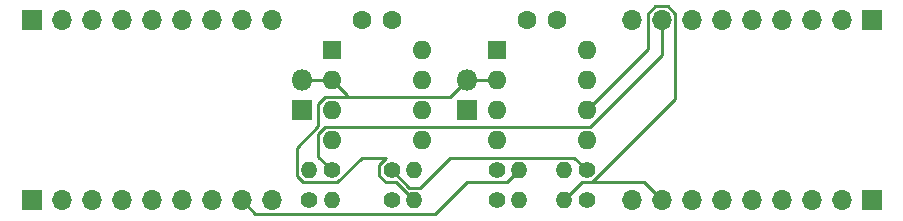
<source format=gbr>
%TF.GenerationSoftware,KiCad,Pcbnew,(5.1.10)-1*%
%TF.CreationDate,2021-06-04T17:55:21+02:00*%
%TF.ProjectId,JMY_USB-MIDI Converter,4a4d595f-5553-4422-9d4d-49444920436f,rev?*%
%TF.SameCoordinates,Original*%
%TF.FileFunction,Copper,L2,Bot*%
%TF.FilePolarity,Positive*%
%FSLAX46Y46*%
G04 Gerber Fmt 4.6, Leading zero omitted, Abs format (unit mm)*
G04 Created by KiCad (PCBNEW (5.1.10)-1) date 2021-06-04 17:55:21*
%MOMM*%
%LPD*%
G01*
G04 APERTURE LIST*
%TA.AperFunction,ComponentPad*%
%ADD10O,1.700000X1.700000*%
%TD*%
%TA.AperFunction,ComponentPad*%
%ADD11R,1.700000X1.700000*%
%TD*%
%TA.AperFunction,ComponentPad*%
%ADD12O,1.600000X1.600000*%
%TD*%
%TA.AperFunction,ComponentPad*%
%ADD13R,1.600000X1.600000*%
%TD*%
%TA.AperFunction,ComponentPad*%
%ADD14C,1.400000*%
%TD*%
%TA.AperFunction,ComponentPad*%
%ADD15O,1.400000X1.400000*%
%TD*%
%TA.AperFunction,ComponentPad*%
%ADD16C,1.600000*%
%TD*%
%TA.AperFunction,ComponentPad*%
%ADD17R,1.800000X1.800000*%
%TD*%
%TA.AperFunction,ComponentPad*%
%ADD18O,1.800000X1.800000*%
%TD*%
%TA.AperFunction,Conductor*%
%ADD19C,0.250000*%
%TD*%
G04 APERTURE END LIST*
D10*
%TO.P,J1,9*%
%TO.N,N/C*%
X116840000Y-86360000D03*
%TO.P,J1,8*%
%TO.N,Net-(J1-Pad8)*%
X114300000Y-86360000D03*
%TO.P,J1,7*%
%TO.N,N/C*%
X111760000Y-86360000D03*
%TO.P,J1,6*%
X109220000Y-86360000D03*
%TO.P,J1,5*%
X106680000Y-86360000D03*
%TO.P,J1,4*%
X104140000Y-86360000D03*
%TO.P,J1,3*%
%TO.N,+3V3*%
X101600000Y-86360000D03*
%TO.P,J1,2*%
%TO.N,GND*%
X99060000Y-86360000D03*
D11*
%TO.P,J1,1*%
%TO.N,+5V*%
X96520000Y-86360000D03*
%TD*%
D12*
%TO.P,U2,8*%
%TO.N,+5V*%
X143510000Y-88900000D03*
%TO.P,U2,4*%
%TO.N,N/C*%
X135890000Y-96520000D03*
%TO.P,U2,7*%
X143510000Y-91440000D03*
%TO.P,U2,3*%
%TO.N,Net-(D2-Pad1)*%
X135890000Y-93980000D03*
%TO.P,U2,6*%
%TO.N,Net-(J3-Pad8)*%
X143510000Y-93980000D03*
%TO.P,U2,2*%
%TO.N,Net-(D1-Pad2)*%
X135890000Y-91440000D03*
%TO.P,U2,5*%
%TO.N,GND*%
X143510000Y-96520000D03*
D13*
%TO.P,U2,1*%
%TO.N,N/C*%
X135890000Y-88900000D03*
%TD*%
D14*
%TO.P,R3,1*%
%TO.N,+3V3*%
X120020000Y-101600000D03*
D15*
%TO.P,R3,2*%
%TO.N,Net-(R2-Pad1)*%
X121920000Y-101600000D03*
%TD*%
D10*
%TO.P,J4,9*%
%TO.N,N/C*%
X147320000Y-86360000D03*
%TO.P,J4,8*%
%TO.N,Net-(J4-Pad8)*%
X149860000Y-86360000D03*
%TO.P,J4,7*%
%TO.N,N/C*%
X152400000Y-86360000D03*
%TO.P,J4,6*%
X154940000Y-86360000D03*
%TO.P,J4,5*%
X157480000Y-86360000D03*
%TO.P,J4,4*%
X160020000Y-86360000D03*
%TO.P,J4,3*%
X162560000Y-86360000D03*
%TO.P,J4,2*%
X165100000Y-86360000D03*
D11*
%TO.P,J4,1*%
X167640000Y-86360000D03*
%TD*%
D10*
%TO.P,J2,9*%
%TO.N,N/C*%
X116840000Y-101600000D03*
%TO.P,J2,8*%
%TO.N,Net-(J2-Pad8)*%
X114300000Y-101600000D03*
%TO.P,J2,7*%
%TO.N,N/C*%
X111760000Y-101600000D03*
%TO.P,J2,6*%
X109220000Y-101600000D03*
%TO.P,J2,5*%
X106680000Y-101600000D03*
%TO.P,J2,4*%
X104140000Y-101600000D03*
%TO.P,J2,3*%
X101600000Y-101600000D03*
%TO.P,J2,2*%
X99060000Y-101600000D03*
D11*
%TO.P,J2,1*%
X96520000Y-101600000D03*
%TD*%
D12*
%TO.P,U1,8*%
%TO.N,+5V*%
X129540000Y-88900000D03*
%TO.P,U1,4*%
%TO.N,N/C*%
X121920000Y-96520000D03*
%TO.P,U1,7*%
X129540000Y-91440000D03*
%TO.P,U1,3*%
%TO.N,Net-(D1-Pad1)*%
X121920000Y-93980000D03*
%TO.P,U1,6*%
%TO.N,Net-(J1-Pad8)*%
X129540000Y-93980000D03*
%TO.P,U1,2*%
%TO.N,Net-(D1-Pad2)*%
X121920000Y-91440000D03*
%TO.P,U1,5*%
%TO.N,GND*%
X129540000Y-96520000D03*
D13*
%TO.P,U1,1*%
%TO.N,N/C*%
X121920000Y-88900000D03*
%TD*%
D16*
%TO.P,C1,2*%
%TO.N,GND*%
X124500000Y-86360000D03*
%TO.P,C1,1*%
%TO.N,+5V*%
X127000000Y-86360000D03*
%TD*%
%TO.P,C2,1*%
%TO.N,+5V*%
X140970000Y-86360000D03*
%TO.P,C2,2*%
%TO.N,GND*%
X138470000Y-86360000D03*
%TD*%
D17*
%TO.P,D1,1*%
%TO.N,Net-(D1-Pad1)*%
X119380000Y-93980000D03*
D18*
%TO.P,D1,2*%
%TO.N,Net-(D1-Pad2)*%
X119380000Y-91440000D03*
%TD*%
%TO.P,D2,2*%
%TO.N,Net-(D1-Pad2)*%
X133350000Y-91440000D03*
D17*
%TO.P,D2,1*%
%TO.N,Net-(D2-Pad1)*%
X133350000Y-93980000D03*
%TD*%
D14*
%TO.P,R1,1*%
%TO.N,+3V3*%
X127000000Y-99060000D03*
D15*
%TO.P,R1,2*%
%TO.N,Net-(J1-Pad8)*%
X128900000Y-99060000D03*
%TD*%
%TO.P,R2,2*%
%TO.N,Net-(D1-Pad2)*%
X128900000Y-101600000D03*
D14*
%TO.P,R2,1*%
%TO.N,Net-(R2-Pad1)*%
X127000000Y-101600000D03*
%TD*%
D15*
%TO.P,R4,2*%
%TO.N,Net-(D1-Pad1)*%
X120020000Y-99060000D03*
D14*
%TO.P,R4,1*%
%TO.N,Net-(J4-Pad8)*%
X121920000Y-99060000D03*
%TD*%
D15*
%TO.P,R5,2*%
%TO.N,Net-(J2-Pad8)*%
X137790000Y-99060000D03*
D14*
%TO.P,R5,1*%
%TO.N,Net-(D2-Pad1)*%
X135890000Y-99060000D03*
%TD*%
D15*
%TO.P,R6,2*%
%TO.N,Net-(D1-Pad2)*%
X137790000Y-101600000D03*
D14*
%TO.P,R6,1*%
%TO.N,Net-(R6-Pad1)*%
X135890000Y-101600000D03*
%TD*%
%TO.P,R7,1*%
%TO.N,+3V3*%
X143510000Y-99060000D03*
D15*
%TO.P,R7,2*%
%TO.N,Net-(R6-Pad1)*%
X141610000Y-99060000D03*
%TD*%
D14*
%TO.P,R8,1*%
%TO.N,+3V3*%
X143510000Y-101600000D03*
D15*
%TO.P,R8,2*%
%TO.N,Net-(J3-Pad8)*%
X141610000Y-101600000D03*
%TD*%
D11*
%TO.P,J3,1*%
%TO.N,+5V*%
X167640000Y-101600000D03*
D10*
%TO.P,J3,2*%
%TO.N,GND*%
X165100000Y-101600000D03*
%TO.P,J3,3*%
%TO.N,+3V3*%
X162560000Y-101600000D03*
%TO.P,J3,4*%
%TO.N,N/C*%
X160020000Y-101600000D03*
%TO.P,J3,5*%
X157480000Y-101600000D03*
%TO.P,J3,6*%
X154940000Y-101600000D03*
%TO.P,J3,7*%
X152400000Y-101600000D03*
%TO.P,J3,8*%
%TO.N,Net-(J3-Pad8)*%
X149860000Y-101600000D03*
%TO.P,J3,9*%
%TO.N,N/C*%
X147320000Y-101600000D03*
%TD*%
D19*
%TO.N,Net-(D1-Pad2)*%
X135890000Y-91440000D02*
X133350000Y-91440000D01*
X127385001Y-100085001D02*
X128900000Y-101600000D01*
X125974999Y-99552001D02*
X126507999Y-100085001D01*
X125974999Y-98567999D02*
X125974999Y-99552001D01*
X126507999Y-98034999D02*
X125974999Y-98567999D01*
X124462003Y-98034999D02*
X126507999Y-98034999D01*
X122412001Y-100085001D02*
X124462003Y-98034999D01*
X119527999Y-100085001D02*
X122412001Y-100085001D01*
X118994999Y-99552001D02*
X119527999Y-100085001D01*
X118994999Y-97143589D02*
X118994999Y-99552001D01*
X120794999Y-95343589D02*
X118994999Y-97143589D01*
X120794999Y-93439999D02*
X120794999Y-95343589D01*
X121379999Y-92854999D02*
X120794999Y-93439999D01*
X133350000Y-91440000D02*
X131935001Y-92854999D01*
X119380000Y-91440000D02*
X121920000Y-91440000D01*
X123334999Y-92854999D02*
X123190000Y-92710000D01*
X131935001Y-92854999D02*
X123334999Y-92854999D01*
X123334999Y-92854999D02*
X121379999Y-92854999D01*
X123190000Y-92710000D02*
X121920000Y-91440000D01*
X126507999Y-100085001D02*
X127385001Y-100085001D01*
%TO.N,+3V3*%
X142484999Y-98034999D02*
X143510000Y-99060000D01*
X129392001Y-100574999D02*
X131932001Y-98034999D01*
X131932001Y-98034999D02*
X142484999Y-98034999D01*
X128514999Y-100574999D02*
X129392001Y-100574999D01*
X127000000Y-99060000D02*
X128514999Y-100574999D01*
%TO.N,Net-(J2-Pad8)*%
X136764999Y-100085001D02*
X137790000Y-99060000D01*
X133347997Y-100085001D02*
X136764999Y-100085001D01*
X130657997Y-102775001D02*
X133347997Y-100085001D01*
X115475001Y-102775001D02*
X130657997Y-102775001D01*
X114300000Y-101600000D02*
X115475001Y-102775001D01*
%TO.N,Net-(J4-Pad8)*%
X120794999Y-95979999D02*
X121379999Y-95394999D01*
X120794999Y-97934999D02*
X120794999Y-95979999D01*
X121379999Y-95394999D02*
X136140003Y-95394999D01*
X121920000Y-99060000D02*
X120794999Y-97934999D01*
X149860000Y-89295002D02*
X149860000Y-86360000D01*
X143760003Y-95394999D02*
X149860000Y-89295002D01*
X136140003Y-95394999D02*
X143760003Y-95394999D01*
%TO.N,Net-(J3-Pad8)*%
X148684999Y-88805001D02*
X143510000Y-93980000D01*
X148684999Y-85795999D02*
X148684999Y-88805001D01*
X149295999Y-85184999D02*
X148684999Y-85795999D01*
X150424001Y-85184999D02*
X149295999Y-85184999D01*
X151035001Y-85795999D02*
X150424001Y-85184999D01*
X151035001Y-93052001D02*
X151035001Y-85795999D01*
X144002001Y-100085001D02*
X151035001Y-93052001D01*
X143124999Y-100085001D02*
X144002001Y-100085001D01*
X141610000Y-101600000D02*
X143124999Y-100085001D01*
X148345001Y-100085001D02*
X144002001Y-100085001D01*
X149860000Y-101600000D02*
X148345001Y-100085001D01*
%TD*%
M02*

</source>
